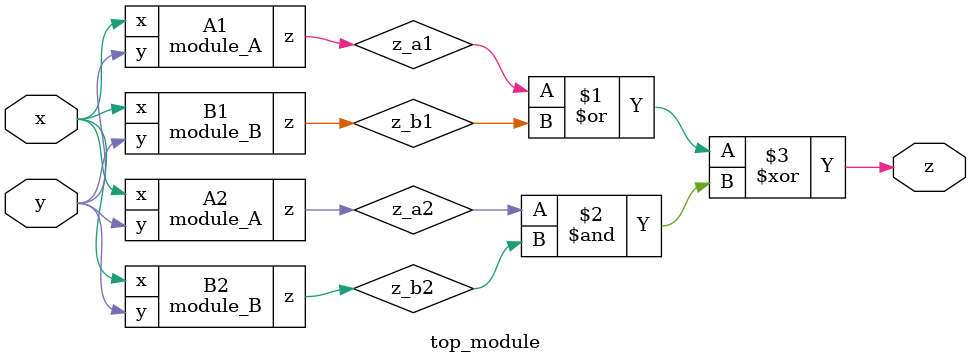
<source format=sv>
module module_A(
    input x,
    input y,
    output z
);
assign z = (x ^ y) & x;
endmodule
module module_B(
    input x,
    input y,
    output z
);
reg z;
always @(x, y) begin
    case ({x, y})
        2'b00: z = 1'b1;
        2'b01: z = 1'b0;
        2'b10: z = 1'b0;
        2'b11: z = 1'b1;
    endcase
end
endmodule
module top_module(
    input x,
    input y,
    output z
);
wire z_a1, z_b1, z_a2, z_b2;

module_A A1(
    .x(x),
    .y(y),
    .z(z_a1)
);

module_B B1(
    .x(x),
    .y(y),
    .z(z_b1)
);

module_A A2(
    .x(x),
    .y(y),
    .z(z_a2)
);

module_B B2(
    .x(x),
    .y(y),
    .z(z_b2)
);

assign z = (z_a1 | z_b1) ^ (z_a2 & z_b2);
endmodule

</source>
